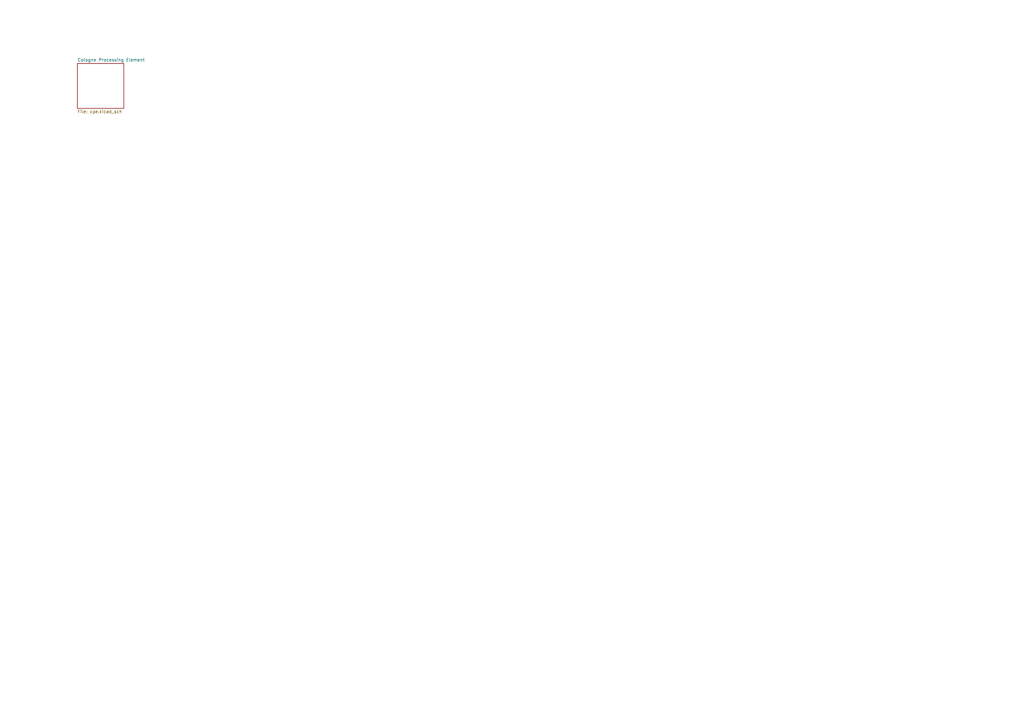
<source format=kicad_sch>
(kicad_sch
	(version 20250114)
	(generator "eeschema")
	(generator_version "9.0")
	(uuid "5a7723f7-3f6f-437e-b958-e402b06d3f54")
	(paper "A3")
	(title_block
		(rev "4")
		(company "YosysHQ")
	)
	(lib_symbols)
	(sheet
		(at 31.75 26.035)
		(size 19.05 18.415)
		(exclude_from_sim no)
		(in_bom yes)
		(on_board yes)
		(dnp no)
		(fields_autoplaced yes)
		(stroke
			(width 0.1524)
			(type solid)
		)
		(fill
			(color 0 0 0 0.0000)
		)
		(uuid "cb769740-e0a9-4f3d-b622-ba158089ec4b")
		(property "Sheetname" "Cologne Processing Element"
			(at 31.75 25.3234 0)
			(effects
				(font
					(size 1.27 1.27)
				)
				(justify left bottom)
			)
		)
		(property "Sheetfile" "cpe.kicad_sch"
			(at 31.75 45.0346 0)
			(effects
				(font
					(size 1.27 1.27)
				)
				(justify left top)
			)
		)
		(instances
			(project "prjpeppercorn"
				(path "/5a7723f7-3f6f-437e-b958-e402b06d3f54"
					(page "7")
				)
			)
		)
	)
	(sheet_instances
		(path "/"
			(page "1")
		)
	)
	(embedded_fonts no)
)

</source>
